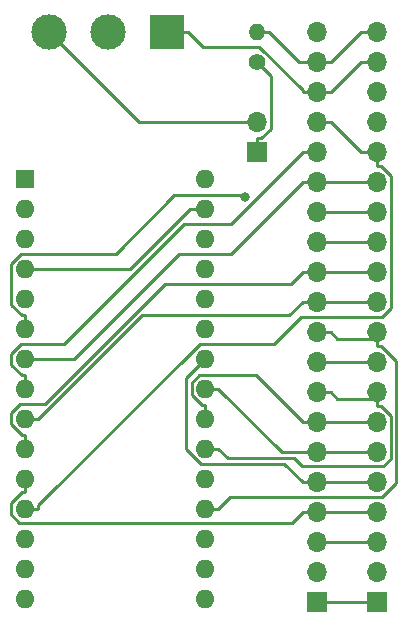
<source format=gbl>
%TF.GenerationSoftware,KiCad,Pcbnew,7.0.9*%
%TF.CreationDate,2023-11-19T21:06:30+01:00*%
%TF.ProjectId,arduino_display_board,61726475-696e-46f5-9f64-6973706c6179,rev?*%
%TF.SameCoordinates,Original*%
%TF.FileFunction,Copper,L2,Bot*%
%TF.FilePolarity,Positive*%
%FSLAX46Y46*%
G04 Gerber Fmt 4.6, Leading zero omitted, Abs format (unit mm)*
G04 Created by KiCad (PCBNEW 7.0.9) date 2023-11-19 21:06:30*
%MOMM*%
%LPD*%
G01*
G04 APERTURE LIST*
%TA.AperFunction,ComponentPad*%
%ADD10R,3.000000X3.000000*%
%TD*%
%TA.AperFunction,ComponentPad*%
%ADD11C,3.000000*%
%TD*%
%TA.AperFunction,ComponentPad*%
%ADD12R,1.700000X1.700000*%
%TD*%
%TA.AperFunction,ComponentPad*%
%ADD13O,1.700000X1.700000*%
%TD*%
%TA.AperFunction,ComponentPad*%
%ADD14C,1.400000*%
%TD*%
%TA.AperFunction,ComponentPad*%
%ADD15O,1.400000X1.400000*%
%TD*%
%TA.AperFunction,ComponentPad*%
%ADD16R,1.600000X1.600000*%
%TD*%
%TA.AperFunction,ComponentPad*%
%ADD17O,1.600000X1.600000*%
%TD*%
%TA.AperFunction,ViaPad*%
%ADD18C,0.800000*%
%TD*%
%TA.AperFunction,Conductor*%
%ADD19C,0.250000*%
%TD*%
G04 APERTURE END LIST*
D10*
%TO.P,RV1,1,1*%
%TO.N,VEE*%
X66040000Y-43180000D03*
D11*
%TO.P,RV1,2,2*%
%TO.N,V0*%
X61040000Y-43180000D03*
%TO.P,RV1,3,3*%
%TO.N,+5V*%
X56040000Y-43180000D03*
%TD*%
D12*
%TO.P,J3,1,Pin_1*%
%TO.N,GND*%
X83820000Y-91440000D03*
D13*
%TO.P,J3,2,Pin_2*%
%TO.N,+5V*%
X83820000Y-88900000D03*
%TO.P,J3,3,Pin_3*%
%TO.N,V0*%
X83820000Y-86360000D03*
%TO.P,J3,4,Pin_4*%
%TO.N,RS*%
X83820000Y-83820000D03*
%TO.P,J3,5,Pin_5*%
%TO.N,RW*%
X83820000Y-81280000D03*
%TO.P,J3,6,Pin_6*%
%TO.N,E*%
X83820000Y-78740000D03*
%TO.P,J3,7,Pin_7*%
%TO.N,DB0*%
X83820000Y-76200000D03*
%TO.P,J3,8,Pin_8*%
%TO.N,DB1*%
X83820000Y-73660000D03*
%TO.P,J3,9,Pin_9*%
%TO.N,DB2*%
X83820000Y-71120000D03*
%TO.P,J3,10,Pin_10*%
%TO.N,DB3*%
X83820000Y-68580000D03*
%TO.P,J3,11,Pin_11*%
%TO.N,DB4*%
X83820000Y-66040000D03*
%TO.P,J3,12,Pin_12*%
%TO.N,DB5*%
X83820000Y-63500000D03*
%TO.P,J3,13,Pin_13*%
%TO.N,DB6*%
X83820000Y-60960000D03*
%TO.P,J3,14,Pin_14*%
%TO.N,DB7*%
X83820000Y-58420000D03*
%TO.P,J3,15,Pin_15*%
%TO.N,CS1*%
X83820000Y-55880000D03*
%TO.P,J3,16,Pin_16*%
%TO.N,RST*%
X83820000Y-53340000D03*
%TO.P,J3,17,Pin_17*%
%TO.N,CS2*%
X83820000Y-50800000D03*
%TO.P,J3,18,Pin_18*%
%TO.N,CS3*%
X83820000Y-48260000D03*
%TO.P,J3,19,Pin_19*%
%TO.N,VEE*%
X83820000Y-45720000D03*
%TO.P,J3,20,Pin_20*%
%TO.N,LED+*%
X83820000Y-43180000D03*
%TD*%
D14*
%TO.P,R1,1*%
%TO.N,Net-(J2-Pin_1)*%
X73660000Y-45720000D03*
D15*
%TO.P,R1,2*%
%TO.N,LED+*%
X73660000Y-43180000D03*
%TD*%
D16*
%TO.P,A1,1,D1/TX*%
%TO.N,unconnected-(A1-D1{slash}TX-Pad1)*%
X54060000Y-55600000D03*
D17*
%TO.P,A1,2,D0/RX*%
%TO.N,unconnected-(A1-D0{slash}RX-Pad2)*%
X54060000Y-58140000D03*
%TO.P,A1,3,~{RESET}*%
%TO.N,unconnected-(A1-~{RESET}-Pad3)*%
X54060000Y-60680000D03*
%TO.P,A1,4,GND*%
%TO.N,GND*%
X54060000Y-63220000D03*
%TO.P,A1,5,D2*%
%TO.N,unconnected-(A1-D2-Pad5)*%
X54060000Y-65760000D03*
%TO.P,A1,6,D3*%
%TO.N,DB7*%
X54060000Y-68300000D03*
%TO.P,A1,7,D4*%
%TO.N,CS1*%
X54060000Y-70840000D03*
%TO.P,A1,8,D5*%
%TO.N,CS2*%
X54060000Y-73380000D03*
%TO.P,A1,9,D6*%
%TO.N,DB4*%
X54060000Y-75920000D03*
%TO.P,A1,10,D7*%
%TO.N,DB5*%
X54060000Y-78460000D03*
%TO.P,A1,11,D8*%
%TO.N,RS*%
X54060000Y-81000000D03*
%TO.P,A1,12,D9*%
%TO.N,RST*%
X54060000Y-83540000D03*
%TO.P,A1,13,D10*%
%TO.N,unconnected-(A1-D10-Pad13)*%
X54060000Y-86080000D03*
%TO.P,A1,14,D11*%
%TO.N,unconnected-(A1-D11-Pad14)*%
X54060000Y-88620000D03*
%TO.P,A1,15,D12*%
%TO.N,unconnected-(A1-D12-Pad15)*%
X54060000Y-91160000D03*
%TO.P,A1,16,D13*%
%TO.N,unconnected-(A1-D13-Pad16)*%
X69300000Y-91160000D03*
%TO.P,A1,17,3V3*%
%TO.N,unconnected-(A1-3V3-Pad17)*%
X69300000Y-88620000D03*
%TO.P,A1,18,AREF*%
%TO.N,unconnected-(A1-AREF-Pad18)*%
X69300000Y-86080000D03*
%TO.P,A1,19,A0*%
%TO.N,DB3*%
X69300000Y-83540000D03*
%TO.P,A1,20,A1*%
%TO.N,DB2*%
X69300000Y-81000000D03*
%TO.P,A1,21,A2*%
%TO.N,DB1*%
X69300000Y-78460000D03*
%TO.P,A1,22,A3*%
%TO.N,DB0*%
X69300000Y-75920000D03*
%TO.P,A1,23,A4*%
%TO.N,E*%
X69300000Y-73380000D03*
%TO.P,A1,24,A5*%
%TO.N,RW*%
X69300000Y-70840000D03*
%TO.P,A1,25,A6*%
%TO.N,unconnected-(A1-A6-Pad25)*%
X69300000Y-68300000D03*
%TO.P,A1,26,A7*%
%TO.N,unconnected-(A1-A7-Pad26)*%
X69300000Y-65760000D03*
%TO.P,A1,27,+5V*%
%TO.N,+5V*%
X69300000Y-63220000D03*
%TO.P,A1,28,~{RESET}*%
%TO.N,unconnected-(A1-~{RESET}-Pad28)*%
X69300000Y-60680000D03*
%TO.P,A1,29,GND*%
%TO.N,GND*%
X69300000Y-58140000D03*
%TO.P,A1,30,VIN*%
%TO.N,unconnected-(A1-VIN-Pad30)*%
X69300000Y-55600000D03*
%TD*%
D12*
%TO.P,J2,1,Pin_1*%
%TO.N,Net-(J2-Pin_1)*%
X73660000Y-53340000D03*
D13*
%TO.P,J2,2,Pin_2*%
%TO.N,+5V*%
X73660000Y-50800000D03*
%TD*%
D12*
%TO.P,J1,1,Pin_1*%
%TO.N,GND*%
X78740000Y-91440000D03*
D13*
%TO.P,J1,2,Pin_2*%
%TO.N,+5V*%
X78740000Y-88900000D03*
%TO.P,J1,3,Pin_3*%
%TO.N,V0*%
X78740000Y-86360000D03*
%TO.P,J1,4,Pin_4*%
%TO.N,RS*%
X78740000Y-83820000D03*
%TO.P,J1,5,Pin_5*%
%TO.N,RW*%
X78740000Y-81280000D03*
%TO.P,J1,6,Pin_6*%
%TO.N,E*%
X78740000Y-78740000D03*
%TO.P,J1,7,Pin_7*%
%TO.N,DB0*%
X78740000Y-76200000D03*
%TO.P,J1,8,Pin_8*%
%TO.N,DB1*%
X78740000Y-73660000D03*
%TO.P,J1,9,Pin_9*%
%TO.N,DB2*%
X78740000Y-71120000D03*
%TO.P,J1,10,Pin_10*%
%TO.N,DB3*%
X78740000Y-68580000D03*
%TO.P,J1,11,Pin_11*%
%TO.N,DB4*%
X78740000Y-66040000D03*
%TO.P,J1,12,Pin_12*%
%TO.N,DB5*%
X78740000Y-63500000D03*
%TO.P,J1,13,Pin_13*%
%TO.N,DB6*%
X78740000Y-60960000D03*
%TO.P,J1,14,Pin_14*%
%TO.N,DB7*%
X78740000Y-58420000D03*
%TO.P,J1,15,Pin_15*%
%TO.N,CS1*%
X78740000Y-55880000D03*
%TO.P,J1,16,Pin_16*%
%TO.N,CS2*%
X78740000Y-53340000D03*
%TO.P,J1,17,Pin_17*%
%TO.N,RST*%
X78740000Y-50800000D03*
%TO.P,J1,18,Pin_18*%
%TO.N,VEE*%
X78740000Y-48260000D03*
%TO.P,J1,19,Pin_19*%
%TO.N,LED+*%
X78740000Y-45720000D03*
%TO.P,J1,20,Pin_20*%
%TO.N,GND*%
X78740000Y-43180000D03*
%TD*%
D18*
%TO.N,DB7*%
X72638200Y-57152800D03*
%TD*%
D19*
%TO.N,GND*%
X68173100Y-58140000D02*
X68039800Y-58140000D01*
X78740000Y-91440000D02*
X83820000Y-91440000D01*
X68736600Y-58140000D02*
X69300000Y-58140000D01*
X62959800Y-63220000D02*
X54060000Y-63220000D01*
X68736600Y-58140000D02*
X68173100Y-58140000D01*
X68039800Y-58140000D02*
X62959800Y-63220000D01*
%TO.N,DB7*%
X53778300Y-67173100D02*
X52887800Y-66282600D01*
X52887800Y-66282600D02*
X52887800Y-62780000D01*
X72496800Y-57011400D02*
X72638200Y-57152800D01*
X54060000Y-68300000D02*
X54060000Y-67173100D01*
X53717800Y-61950000D02*
X61760200Y-61950000D01*
X52887800Y-62780000D02*
X53717800Y-61950000D01*
X61760200Y-61950000D02*
X66698800Y-57011400D01*
X66698800Y-57011400D02*
X72496800Y-57011400D01*
X78740000Y-58420000D02*
X83820000Y-58420000D01*
X54060000Y-67173100D02*
X53778300Y-67173100D01*
%TO.N,CS1*%
X67082300Y-61950000D02*
X71493100Y-61950000D01*
X78740000Y-55880000D02*
X77563100Y-55880000D01*
X58192300Y-70840000D02*
X67082300Y-61950000D01*
X54060000Y-70840000D02*
X58192300Y-70840000D01*
X78740000Y-55880000D02*
X83820000Y-55880000D01*
X71493100Y-61950000D02*
X77563100Y-55880000D01*
%TO.N,CS2*%
X57379900Y-69570000D02*
X67539900Y-59410000D01*
X67539900Y-59410000D02*
X71493100Y-59410000D01*
X54060000Y-72253100D02*
X53778300Y-72253100D01*
X71493100Y-59410000D02*
X77563100Y-53340000D01*
X52887800Y-70400000D02*
X53717800Y-69570000D01*
X78740000Y-53340000D02*
X77563100Y-53340000D01*
X53778300Y-72253100D02*
X52887800Y-71362600D01*
X52887800Y-71362600D02*
X52887800Y-70400000D01*
X53717800Y-69570000D02*
X57379900Y-69570000D01*
X54060000Y-73380000D02*
X54060000Y-72253100D01*
%TO.N,DB4*%
X54060000Y-75920000D02*
X55186900Y-75920000D01*
X76430000Y-67173100D02*
X77563100Y-66040000D01*
X55186900Y-75920000D02*
X63933800Y-67173100D01*
X78151600Y-66040000D02*
X78740000Y-66040000D01*
X63933800Y-67173100D02*
X76430000Y-67173100D01*
X78151600Y-66040000D02*
X77563100Y-66040000D01*
X78740000Y-66040000D02*
X83820000Y-66040000D01*
%TO.N,DB5*%
X53666300Y-74650000D02*
X52900600Y-75415700D01*
X65873900Y-64490000D02*
X55713900Y-74650000D01*
X76573100Y-64490000D02*
X65873900Y-64490000D01*
X54060000Y-78460000D02*
X54060000Y-77333100D01*
X52900600Y-76407200D02*
X53826500Y-77333100D01*
X78740000Y-63500000D02*
X77563100Y-63500000D01*
X77563100Y-63500000D02*
X76573100Y-64490000D01*
X83820000Y-63500000D02*
X78740000Y-63500000D01*
X52900600Y-75415700D02*
X52900600Y-76407200D01*
X55713900Y-74650000D02*
X53666300Y-74650000D01*
X53826500Y-77333100D02*
X54060000Y-77333100D01*
%TO.N,RS*%
X53826500Y-82126900D02*
X54060000Y-82126900D01*
X52878500Y-83074900D02*
X53826500Y-82126900D01*
X53577700Y-84721400D02*
X52878500Y-84022200D01*
X76661700Y-84721400D02*
X53577700Y-84721400D01*
X52878500Y-84022200D02*
X52878500Y-83074900D01*
X78740000Y-83820000D02*
X77563100Y-83820000D01*
X54060000Y-81000000D02*
X54060000Y-82126900D01*
X77563100Y-83820000D02*
X76661700Y-84721400D01*
X78740000Y-83820000D02*
X83820000Y-83820000D01*
%TO.N,RST*%
X85013000Y-55344100D02*
X84185800Y-54516900D01*
X54060000Y-83540000D02*
X55186900Y-83540000D01*
X75153500Y-69570000D02*
X77413500Y-67310000D01*
X79916900Y-50800000D02*
X82456900Y-53340000D01*
X84185800Y-54516900D02*
X83820000Y-54516900D01*
X82456900Y-53340000D02*
X83820000Y-53340000D01*
X77413500Y-67310000D02*
X84269600Y-67310000D01*
X55186900Y-83540000D02*
X55186900Y-83258300D01*
X68875200Y-69570000D02*
X75153500Y-69570000D01*
X78740000Y-50800000D02*
X79916900Y-50800000D01*
X85013000Y-66566600D02*
X85013000Y-55344100D01*
X83820000Y-53340000D02*
X83820000Y-54516900D01*
X55186900Y-83258300D02*
X68875200Y-69570000D01*
X84269600Y-67310000D02*
X85013000Y-66566600D01*
%TO.N,DB3*%
X71416900Y-82550000D02*
X84283100Y-82550000D01*
X84187800Y-69756900D02*
X83820000Y-69756900D01*
X83820000Y-69168400D02*
X83820000Y-69756900D01*
X80505300Y-69168400D02*
X79916900Y-68580000D01*
X83820000Y-69168400D02*
X80505300Y-69168400D01*
X85470600Y-71039700D02*
X84187800Y-69756900D01*
X70426900Y-83540000D02*
X71416900Y-82550000D01*
X84283100Y-82550000D02*
X85470600Y-81362500D01*
X78740000Y-68580000D02*
X79916900Y-68580000D01*
X85470600Y-81362500D02*
X85470600Y-71039700D01*
X69300000Y-83540000D02*
X70426900Y-83540000D01*
X83820000Y-68580000D02*
X83820000Y-69168400D01*
%TO.N,DB2*%
X78740000Y-71120000D02*
X83820000Y-71120000D01*
%TO.N,DB1*%
X76811400Y-79256800D02*
X71223700Y-79256800D01*
X77509700Y-79955100D02*
X76811400Y-79256800D01*
X71223700Y-79256800D02*
X70426900Y-78460000D01*
X83820000Y-74248400D02*
X80505300Y-74248400D01*
X83820000Y-74836900D02*
X84187800Y-74836900D01*
X85007100Y-75656200D02*
X85007100Y-79292000D01*
X85007100Y-79292000D02*
X84344000Y-79955100D01*
X83820000Y-74248400D02*
X83820000Y-74836900D01*
X83820000Y-73660000D02*
X83820000Y-74248400D01*
X84187800Y-74836900D02*
X85007100Y-75656200D01*
X69300000Y-78460000D02*
X70426900Y-78460000D01*
X80505300Y-74248400D02*
X79916900Y-73660000D01*
X78740000Y-73660000D02*
X79916900Y-73660000D01*
X84344000Y-79955100D02*
X77509700Y-79955100D01*
%TO.N,DB0*%
X69300000Y-75920000D02*
X69300000Y-74793100D01*
X73606000Y-72242900D02*
X77563100Y-76200000D01*
X68157800Y-73932600D02*
X68157800Y-72900000D01*
X69300000Y-74793100D02*
X69018300Y-74793100D01*
X69018300Y-74793100D02*
X68157800Y-73932600D01*
X78740000Y-76200000D02*
X77563100Y-76200000D01*
X78740000Y-76200000D02*
X83820000Y-76200000D01*
X68814900Y-72242900D02*
X73606000Y-72242900D01*
X68157800Y-72900000D02*
X68814900Y-72242900D01*
%TO.N,E*%
X69300000Y-73380000D02*
X70426900Y-73380000D01*
X75786900Y-78740000D02*
X78740000Y-78740000D01*
X78740000Y-78740000D02*
X83820000Y-78740000D01*
X70426900Y-73380000D02*
X75786900Y-78740000D01*
%TO.N,RW*%
X68949500Y-79731500D02*
X76014600Y-79731500D01*
X83820000Y-81280000D02*
X78740000Y-81280000D01*
X67690500Y-72449500D02*
X67690500Y-78472500D01*
X78740000Y-81280000D02*
X77563100Y-81280000D01*
X69300000Y-70840000D02*
X67690500Y-72449500D01*
X67690500Y-78472500D02*
X68949500Y-79731500D01*
X76014600Y-79731500D02*
X77563100Y-81280000D01*
%TO.N,+5V*%
X73660000Y-50800000D02*
X63660000Y-50800000D01*
X63660000Y-50800000D02*
X56040000Y-43180000D01*
%TO.N,V0*%
X78740000Y-86360000D02*
X83820000Y-86360000D01*
%TO.N,DB6*%
X78740000Y-60960000D02*
X83820000Y-60960000D01*
%TO.N,VEE*%
X79916900Y-48260000D02*
X82456900Y-45720000D01*
X78740000Y-48260000D02*
X77563100Y-48260000D01*
X77563100Y-48260000D02*
X77563100Y-48112900D01*
X82456900Y-45720000D02*
X83820000Y-45720000D01*
X66040000Y-43180000D02*
X67866900Y-43180000D01*
X73900200Y-44450000D02*
X69136900Y-44450000D01*
X77563100Y-48112900D02*
X73900200Y-44450000D01*
X69136900Y-44450000D02*
X67866900Y-43180000D01*
X79094300Y-48260000D02*
X79916900Y-48260000D01*
X79094300Y-48260000D02*
X78740000Y-48260000D01*
%TO.N,LED+*%
X82456900Y-43180000D02*
X83820000Y-43180000D01*
X73660000Y-43180000D02*
X74686900Y-43180000D01*
X78740000Y-45720000D02*
X79916900Y-45720000D01*
X79916900Y-45720000D02*
X82456900Y-43180000D01*
X74686900Y-43180000D02*
X77226900Y-45720000D01*
X77226900Y-45720000D02*
X78740000Y-45720000D01*
%TO.N,Net-(J2-Pin_1)*%
X74027800Y-52163100D02*
X74839300Y-51351600D01*
X73660000Y-52163100D02*
X74027800Y-52163100D01*
X73660000Y-53340000D02*
X73660000Y-52163100D01*
X74839300Y-46899300D02*
X73660000Y-45720000D01*
X74839300Y-51351600D02*
X74839300Y-46899300D01*
%TD*%
M02*

</source>
